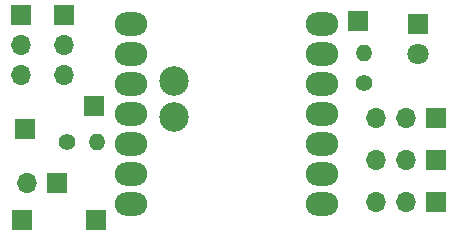
<source format=gbr>
%TF.GenerationSoftware,KiCad,Pcbnew,8.0.0*%
%TF.CreationDate,2024-03-06T11:50:55-05:00*%
%TF.ProjectId,sensobot,73656e73-6f62-46f7-942e-6b696361645f,rev?*%
%TF.SameCoordinates,Original*%
%TF.FileFunction,Soldermask,Top*%
%TF.FilePolarity,Negative*%
%FSLAX46Y46*%
G04 Gerber Fmt 4.6, Leading zero omitted, Abs format (unit mm)*
G04 Created by KiCad (PCBNEW 8.0.0) date 2024-03-06 11:50:55*
%MOMM*%
%LPD*%
G01*
G04 APERTURE LIST*
G04 Aperture macros list*
%AMRoundRect*
0 Rectangle with rounded corners*
0 $1 Rounding radius*
0 $2 $3 $4 $5 $6 $7 $8 $9 X,Y pos of 4 corners*
0 Add a 4 corners polygon primitive as box body*
4,1,4,$2,$3,$4,$5,$6,$7,$8,$9,$2,$3,0*
0 Add four circle primitives for the rounded corners*
1,1,$1+$1,$2,$3*
1,1,$1+$1,$4,$5*
1,1,$1+$1,$6,$7*
1,1,$1+$1,$8,$9*
0 Add four rect primitives between the rounded corners*
20,1,$1+$1,$2,$3,$4,$5,0*
20,1,$1+$1,$4,$5,$6,$7,0*
20,1,$1+$1,$6,$7,$8,$9,0*
20,1,$1+$1,$8,$9,$2,$3,0*%
G04 Aperture macros list end*
%ADD10R,1.700000X1.700000*%
%ADD11O,1.700000X1.700000*%
%ADD12C,1.400000*%
%ADD13O,1.400000X1.400000*%
%ADD14R,1.800000X1.800000*%
%ADD15C,1.800000*%
%ADD16RoundRect,1.000000X-0.375000X0.000000X0.375000X0.000000X0.375000X0.000000X-0.375000X0.000000X0*%
%ADD17C,2.500000*%
G04 APERTURE END LIST*
D10*
%TO.C,J1*%
X124115000Y-85348000D03*
D11*
X121575000Y-85348000D03*
%TD*%
D10*
%TO.C,J10*%
X127412000Y-88523000D03*
%TD*%
%TO.C,J9*%
X121189000Y-88523000D03*
%TD*%
D12*
%TO.C,R2*%
X124922000Y-81919000D03*
D13*
X127462000Y-81919000D03*
%TD*%
%TO.C,R1*%
X150145000Y-74376000D03*
D12*
X150145000Y-76916000D03*
%TD*%
D10*
%TO.C,J11*%
X149637000Y-71632000D03*
%TD*%
%TO.C,J8*%
X127285000Y-78871000D03*
%TD*%
%TO.C,J7*%
X156226000Y-86999000D03*
D11*
X153686000Y-86999000D03*
X151146000Y-86999000D03*
%TD*%
%TO.C,J6*%
X151146000Y-83443000D03*
X153686000Y-83443000D03*
D10*
X156226000Y-83443000D03*
%TD*%
%TO.C,J5*%
X121062000Y-71139000D03*
D11*
X121062000Y-73679000D03*
X121062000Y-76219000D03*
%TD*%
D10*
%TO.C,J4*%
X121443000Y-80776000D03*
%TD*%
%TO.C,J3*%
X124745000Y-71139000D03*
D11*
X124745000Y-73679000D03*
X124745000Y-76219000D03*
%TD*%
%TO.C,J2*%
X151146000Y-79887000D03*
X153686000Y-79887000D03*
D10*
X156226000Y-79887000D03*
%TD*%
D14*
%TO.C,D1*%
X154717000Y-71881000D03*
D15*
X154717000Y-74421000D03*
%TD*%
D16*
%TO.C,U1*%
X130378500Y-71919250D03*
X130378500Y-74459250D03*
X130378500Y-76999250D03*
X130378500Y-79539250D03*
X130378500Y-82079250D03*
X130378500Y-84619250D03*
X130378500Y-87159250D03*
X146543500Y-87159250D03*
X146543500Y-84619250D03*
X146543500Y-82079250D03*
X146543500Y-79539250D03*
X146543500Y-76999250D03*
X146543500Y-74459250D03*
X146543500Y-71919250D03*
D17*
X134043500Y-76739250D03*
X134043500Y-79739250D03*
%TD*%
M02*

</source>
